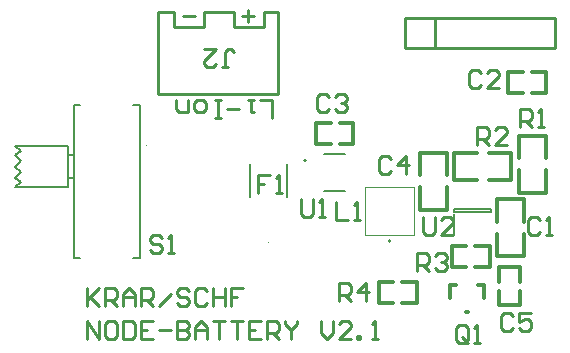
<source format=gbr>
%TF.GenerationSoftware,Altium Limited,Altium Designer,24.0.1 (36)*%
G04 Layer_Color=65535*
%FSLAX45Y45*%
%MOMM*%
%TF.SameCoordinates,8CF4B923-E39E-4099-A09F-CB558B098684*%
%TF.FilePolarity,Positive*%
%TF.FileFunction,Legend,Top*%
%TF.Part,Single*%
G01*
G75*
%TA.AperFunction,NonConductor*%
%ADD35C,0.10000*%
%ADD36C,0.20000*%
%ADD37C,0.30480*%
%ADD38C,0.25400*%
%ADD39C,0.12700*%
D35*
X680000Y1796415D02*
G03*
X690000Y1796415I5000J0D01*
G01*
D02*
G03*
X680000Y1796415I-5000J0D01*
G01*
X1720000Y980000D02*
G03*
X1720000Y990000I0J5000D01*
G01*
D02*
G03*
X1720000Y980000I0J-5000D01*
G01*
X2538660Y1038000D02*
X2948660D01*
Y1448001D01*
X2538660D02*
X2948660D01*
X2538660Y1038000D02*
Y1448001D01*
D36*
X2733660Y993001D02*
G03*
X2753660Y993001I10000J0D01*
G01*
D02*
G03*
X2733660Y993001I-10000J0D01*
G01*
X2035425Y1673201D02*
G03*
X2035425Y1673201I-10000J0D01*
G01*
X570000Y851415D02*
X630000D01*
X570000Y2141415D02*
X630000D01*
X70000Y851415D02*
X120000D01*
X20000Y1521415D02*
X70000D01*
X20000Y1721415D02*
X70000D01*
X20000Y1521415D02*
Y1721415D01*
Y1796415D01*
X-430000D02*
X20000D01*
X-430000D02*
X-380000Y1751415D01*
X-430000Y1721415D02*
X-380000Y1751415D01*
X-430000Y1721415D02*
X-380000Y1671415D01*
X-430000Y1621415D02*
X-380000Y1671415D01*
X-430000Y1621415D02*
X-380000Y1571415D01*
X-430000Y1521415D02*
X-380000Y1571415D01*
X-430000Y1521415D02*
X-380000Y1491415D01*
X-430000Y1446415D02*
X-380000Y1491415D01*
X-430000Y1446415D02*
X20000D01*
Y1521415D01*
X630000Y851415D02*
Y2141415D01*
X70000D02*
X120000D01*
X70000Y851415D02*
Y2141415D01*
X3288826Y1265001D02*
X3598825D01*
X3288826Y1235001D02*
X3598825D01*
Y1265001D01*
X3288826Y1235001D02*
Y1265001D01*
X3290425Y1052501D02*
Y1216100D01*
X1565000Y1360000D02*
Y1640000D01*
X1875000Y1360000D02*
Y1640000D01*
D37*
X2654300Y647700D02*
X2768600D01*
X2654300Y469900D02*
X2768600D01*
X2844800D02*
X2971800D01*
X2844800Y647700D02*
X2971800D01*
X2654300Y469900D02*
Y647700D01*
X2971800Y469900D02*
Y647700D01*
X3276085Y952500D02*
X3390385D01*
X3276085Y774700D02*
X3390385D01*
X3466585D02*
X3593585D01*
X3466585Y952500D02*
X3593585D01*
X3276085Y774700D02*
Y952500D01*
X3593585Y774700D02*
Y952500D01*
X3670300Y768350D02*
X3848100D01*
X3670300Y450850D02*
X3848100D01*
X3670300Y641350D02*
Y768350D01*
X3848100Y641350D02*
Y768350D01*
Y450850D02*
Y565150D01*
X3670300Y450850D02*
Y565150D01*
X3251200Y622300D02*
X3302000D01*
X3390900Y393700D02*
X3403600D01*
X3492500Y622300D02*
X3543300D01*
X3251200Y508000D02*
Y622300D01*
X3543300Y508000D02*
Y622300D01*
X2999325Y1738301D02*
X3227925D01*
X2999325Y1255701D02*
X3227925D01*
X2999325Y1547801D02*
Y1738301D01*
X3227925Y1547801D02*
Y1738301D01*
Y1255701D02*
Y1446201D01*
X2999325Y1255701D02*
Y1446201D01*
X3748625Y2246301D02*
Y2424101D01*
X4066125Y2246301D02*
Y2424101D01*
X3748625Y2246301D02*
X3875625D01*
X3748625Y2424101D02*
X3875625D01*
X3951825D02*
X4066125D01*
X3951825Y2246301D02*
X4066125D01*
X3649491Y862001D02*
X3878091D01*
X3649491Y1344601D02*
X3878091D01*
Y862001D02*
Y1052501D01*
X3649491Y862001D02*
Y1052501D01*
Y1154101D02*
Y1344601D01*
X3878091Y1154101D02*
Y1344601D01*
X2116675Y1814501D02*
Y1992301D01*
X2434175Y1814501D02*
Y1992301D01*
X2116675Y1814501D02*
X2243675D01*
X2116675Y1992301D02*
X2243675D01*
X2319875D02*
X2434175D01*
X2319875Y1814501D02*
X2434175D01*
X3842631Y1400506D02*
X4071231D01*
X3842631Y1883106D02*
X4071231D01*
Y1400506D02*
Y1591006D01*
X3842631Y1400506D02*
Y1591006D01*
Y1692606D02*
Y1883106D01*
X4071231Y1692606D02*
Y1883106D01*
X3291425Y1738301D02*
X3481925D01*
X3291425Y1509701D02*
X3481925D01*
X3583525D02*
X3774025D01*
X3583525Y1738301D02*
X3774025D01*
X3291425Y1509701D02*
Y1738301D01*
X3774025Y1509701D02*
Y1738301D01*
D38*
X3127000Y2623000D02*
Y2877000D01*
X2873000Y2623000D02*
Y2877000D01*
X4143000D01*
X2873000Y2623000D02*
X4143000D01*
Y2877000D01*
X781000Y2931000D02*
X919000D01*
Y2804000D02*
Y2931000D01*
Y2804000D02*
X1173000D01*
Y2931000D01*
X1427000D01*
Y2804000D02*
X1681000D01*
Y2931000D02*
X1800000D01*
X919000Y2804000D02*
Y2931000D01*
X1173000Y2804000D02*
Y2931000D01*
X1427000Y2804000D02*
Y2931000D01*
X1681000Y2804000D02*
Y2931000D01*
X1800000Y2313500D02*
Y2931000D01*
X781000Y2232500D02*
X1800000D01*
Y2313500D01*
X781000Y2232500D02*
Y2931000D01*
X2311441Y482625D02*
Y634975D01*
X2387617D01*
X2413008Y609583D01*
Y558800D01*
X2387617Y533408D01*
X2311441D01*
X2362225D02*
X2413008Y482625D01*
X2539967D02*
Y634975D01*
X2463792Y558800D01*
X2565359D01*
X2971841Y736625D02*
Y888975D01*
X3048017D01*
X3073408Y863583D01*
Y812800D01*
X3048017Y787408D01*
X2971841D01*
X3022625D02*
X3073408Y736625D01*
X3124192Y863583D02*
X3149584Y888975D01*
X3200367D01*
X3225759Y863583D01*
Y838192D01*
X3200367Y812800D01*
X3174975D01*
X3200367D01*
X3225759Y787408D01*
Y762017D01*
X3200367Y736625D01*
X3149584D01*
X3124192Y762017D01*
X3784608Y355583D02*
X3759217Y380975D01*
X3708433D01*
X3683041Y355583D01*
Y254017D01*
X3708433Y228625D01*
X3759217D01*
X3784608Y254017D01*
X3936959Y380975D02*
X3835392D01*
Y304800D01*
X3886175Y330192D01*
X3911567D01*
X3936959Y304800D01*
Y254017D01*
X3911567Y228625D01*
X3860784D01*
X3835392Y254017D01*
X3403600Y152417D02*
Y253983D01*
X3378208Y279375D01*
X3327425D01*
X3302033Y253983D01*
Y152417D01*
X3327425Y127025D01*
X3378208D01*
X3352817Y177808D02*
X3403600Y127025D01*
X3378208D02*
X3403600Y152417D01*
X3454384Y127025D02*
X3505167D01*
X3479776D01*
Y279375D01*
X3454384Y253983D01*
X1744600Y2032249D02*
Y2184599D01*
X1643033D01*
X1592249D02*
X1541466D01*
X1566857D01*
Y2083032D01*
X1592249D01*
X1465290Y2108424D02*
X1363723D01*
X1312940Y2032249D02*
X1262156D01*
X1287548D01*
Y2184599D01*
X1312940D01*
X1262156D01*
X1160589D02*
X1109806D01*
X1084414Y2159208D01*
Y2108424D01*
X1109806Y2083032D01*
X1160589D01*
X1185981Y2108424D01*
Y2159208D01*
X1160589Y2184599D01*
X1033630D02*
Y2083032D01*
X957455D01*
X932063Y2108424D01*
Y2184599D01*
X180000Y158200D02*
Y310551D01*
X281567Y158200D01*
Y310551D01*
X408526D02*
X357742D01*
X332351Y285159D01*
Y183592D01*
X357742Y158200D01*
X408526D01*
X433918Y183592D01*
Y285159D01*
X408526Y310551D01*
X484701D02*
Y158200D01*
X560877D01*
X586269Y183592D01*
Y285159D01*
X560877Y310551D01*
X484701D01*
X738619D02*
X637052D01*
Y158200D01*
X738619D01*
X637052Y234375D02*
X687836D01*
X789403D02*
X890970D01*
X941754Y310551D02*
Y158200D01*
X1017929D01*
X1043321Y183592D01*
Y208984D01*
X1017929Y234375D01*
X941754D01*
X1017929D01*
X1043321Y259767D01*
Y285159D01*
X1017929Y310551D01*
X941754D01*
X1094104Y158200D02*
Y259767D01*
X1144888Y310551D01*
X1195671Y259767D01*
Y158200D01*
Y234375D01*
X1094104D01*
X1246455Y310551D02*
X1348022D01*
X1297238D01*
Y158200D01*
X1398806Y310551D02*
X1500373D01*
X1449589D01*
Y158200D01*
X1652724Y310551D02*
X1551156D01*
Y158200D01*
X1652724D01*
X1551156Y234375D02*
X1601940D01*
X1703507Y158200D02*
Y310551D01*
X1779682D01*
X1805074Y285159D01*
Y234375D01*
X1779682Y208984D01*
X1703507D01*
X1754291D02*
X1805074Y158200D01*
X1855858Y310551D02*
Y285159D01*
X1906641Y234375D01*
X1957425Y285159D01*
Y310551D01*
X1906641Y234375D02*
Y158200D01*
X2160559Y310551D02*
Y208984D01*
X2211343Y158200D01*
X2262127Y208984D01*
Y310551D01*
X2414477Y158200D02*
X2312910D01*
X2414477Y259767D01*
Y285159D01*
X2389085Y310551D01*
X2338302D01*
X2312910Y285159D01*
X2465261Y158200D02*
Y183592D01*
X2490653D01*
Y158200D01*
X2465261D01*
X2592220D02*
X2643003D01*
X2617611D01*
Y310551D01*
X2592220Y285159D01*
X180000Y589951D02*
Y437600D01*
Y488384D01*
X281567Y589951D01*
X205392Y513775D01*
X281567Y437600D01*
X332351D02*
Y589951D01*
X408526D01*
X433918Y564559D01*
Y513775D01*
X408526Y488384D01*
X332351D01*
X383134D02*
X433918Y437600D01*
X484701D02*
Y539167D01*
X535485Y589951D01*
X586269Y539167D01*
Y437600D01*
Y513775D01*
X484701D01*
X637052Y437600D02*
Y589951D01*
X713227D01*
X738619Y564559D01*
Y513775D01*
X713227Y488384D01*
X637052D01*
X687836D02*
X738619Y437600D01*
X789403D02*
X890970Y539167D01*
X1043321Y564559D02*
X1017929Y589951D01*
X967145D01*
X941754Y564559D01*
Y539167D01*
X967145Y513775D01*
X1017929D01*
X1043321Y488384D01*
Y462992D01*
X1017929Y437600D01*
X967145D01*
X941754Y462992D01*
X1195671Y564559D02*
X1170280Y589951D01*
X1119496D01*
X1094104Y564559D01*
Y462992D01*
X1119496Y437600D01*
X1170280D01*
X1195671Y462992D01*
X1246455Y589951D02*
Y437600D01*
Y513775D01*
X1348022D01*
Y589951D01*
Y437600D01*
X1500373Y589951D02*
X1398806D01*
Y513775D01*
X1449589D01*
X1398806D01*
Y437600D01*
X1495400Y2896183D02*
X1596967D01*
X1546184Y2946967D02*
Y2845400D01*
X995400Y2895400D02*
X1096967D01*
X2228507Y2210719D02*
X2203115Y2236111D01*
X2152332D01*
X2126940Y2210719D01*
Y2109152D01*
X2152332Y2083760D01*
X2203115D01*
X2228507Y2109152D01*
X2279291Y2210719D02*
X2304683Y2236111D01*
X2355466D01*
X2380858Y2210719D01*
Y2185327D01*
X2355466Y2159935D01*
X2330074D01*
X2355466D01*
X2380858Y2134544D01*
Y2109152D01*
X2355466Y2083760D01*
X2304683D01*
X2279291Y2109152D01*
X812800Y1015983D02*
X787408Y1041375D01*
X736625D01*
X711233Y1015983D01*
Y990592D01*
X736625Y965200D01*
X787408D01*
X812800Y939808D01*
Y914417D01*
X787408Y889025D01*
X736625D01*
X711233Y914417D01*
X863584Y889025D02*
X914367D01*
X888976D01*
Y1041375D01*
X863584Y1015983D01*
X3022641Y1193775D02*
Y1066817D01*
X3048033Y1041425D01*
X3098817D01*
X3124208Y1066817D01*
Y1193775D01*
X3276559Y1041425D02*
X3174992D01*
X3276559Y1142992D01*
Y1168383D01*
X3251167Y1193775D01*
X3200384D01*
X3174992Y1168383D01*
X2286493Y1319176D02*
Y1166825D01*
X2388060D01*
X2438844D02*
X2489627D01*
X2464236D01*
Y1319176D01*
X2438844Y1293784D01*
X2758034Y1687484D02*
X2732642Y1712876D01*
X2681858D01*
X2656467Y1687484D01*
Y1585917D01*
X2681858Y1560525D01*
X2732642D01*
X2758034Y1585917D01*
X2884993Y1560525D02*
Y1712876D01*
X2808817Y1636701D01*
X2910385D01*
X3520034Y2411384D02*
X3494642Y2436776D01*
X3443858D01*
X3418467Y2411384D01*
Y2309817D01*
X3443858Y2284425D01*
X3494642D01*
X3520034Y2309817D01*
X3672385Y2284425D02*
X3570817D01*
X3672385Y2385992D01*
Y2411384D01*
X3646993Y2436776D01*
X3596209D01*
X3570817Y2411384D01*
X4013200Y1168383D02*
X3987808Y1193775D01*
X3937025D01*
X3911633Y1168383D01*
Y1066817D01*
X3937025Y1041425D01*
X3987808D01*
X4013200Y1066817D01*
X4063984Y1041425D02*
X4114767D01*
X4089376D01*
Y1193775D01*
X4063984Y1168383D01*
X1727200Y1549375D02*
X1625633D01*
Y1473200D01*
X1676417D01*
X1625633D01*
Y1397025D01*
X1777984D02*
X1828767D01*
X1803376D01*
Y1549375D01*
X1777984Y1523983D01*
X1996058Y1344576D02*
Y1217617D01*
X2021450Y1192225D01*
X2072234D01*
X2097626Y1217617D01*
Y1344576D01*
X2148409Y1192225D02*
X2199193D01*
X2173801D01*
Y1344576D01*
X2148409Y1319184D01*
X3479841Y1803425D02*
Y1955775D01*
X3556017D01*
X3581408Y1930383D01*
Y1879600D01*
X3556017Y1854208D01*
X3479841D01*
X3530625D02*
X3581408Y1803425D01*
X3733759D02*
X3632192D01*
X3733759Y1904992D01*
Y1930383D01*
X3708367Y1955775D01*
X3657584D01*
X3632192Y1930383D01*
X3850258Y1954225D02*
Y2106576D01*
X3926434D01*
X3951826Y2081184D01*
Y2030401D01*
X3926434Y2005009D01*
X3850258D01*
X3901042D02*
X3951826Y1954225D01*
X4002609D02*
X4053393D01*
X4028001D01*
Y2106576D01*
X4002609Y2081184D01*
X1327992Y2466624D02*
X1378775D01*
X1353383D01*
Y2593583D01*
X1378775Y2618975D01*
X1404167D01*
X1429559Y2593583D01*
X1175641Y2618975D02*
X1277208D01*
X1175641Y2517408D01*
Y2492016D01*
X1201033Y2466624D01*
X1251816D01*
X1277208Y2492016D01*
D39*
X2187425Y1416201D02*
X2363426D01*
X2187425Y1730201D02*
X2363426D01*
%TF.MD5,b8ca86c9b358a29ab952f3833ea87b85*%
M02*

</source>
